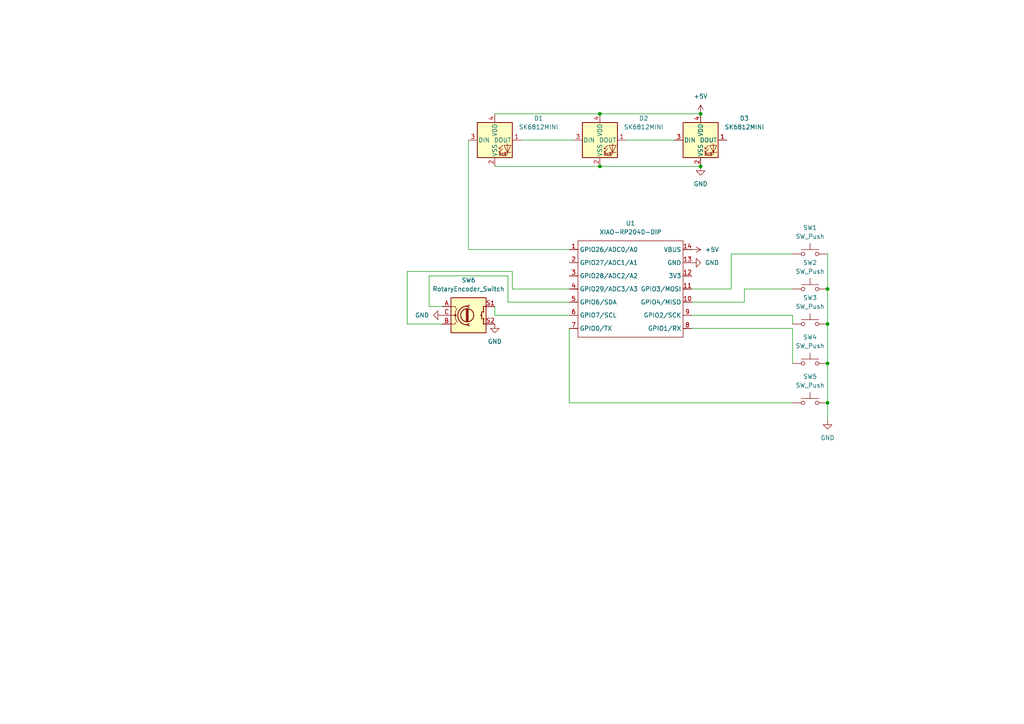
<source format=kicad_sch>
(kicad_sch
	(version 20231120)
	(generator "eeschema")
	(generator_version "8.0")
	(uuid "82c910de-f665-48eb-85c0-b364afbacf8a")
	(paper "A4")
	(lib_symbols
		(symbol "Device:RotaryEncoder_Switch"
			(pin_names
				(offset 0.254) hide)
			(exclude_from_sim no)
			(in_bom yes)
			(on_board yes)
			(property "Reference" "SW"
				(at 0 6.604 0)
				(effects
					(font
						(size 1.27 1.27)
					)
				)
			)
			(property "Value" "RotaryEncoder_Switch"
				(at 0 -6.604 0)
				(effects
					(font
						(size 1.27 1.27)
					)
				)
			)
			(property "Footprint" ""
				(at -3.81 4.064 0)
				(effects
					(font
						(size 1.27 1.27)
					)
					(hide yes)
				)
			)
			(property "Datasheet" "~"
				(at 0 6.604 0)
				(effects
					(font
						(size 1.27 1.27)
					)
					(hide yes)
				)
			)
			(property "Description" "Rotary encoder, dual channel, incremental quadrate outputs, with switch"
				(at 0 0 0)
				(effects
					(font
						(size 1.27 1.27)
					)
					(hide yes)
				)
			)
			(property "ki_keywords" "rotary switch encoder switch push button"
				(at 0 0 0)
				(effects
					(font
						(size 1.27 1.27)
					)
					(hide yes)
				)
			)
			(property "ki_fp_filters" "RotaryEncoder*Switch*"
				(at 0 0 0)
				(effects
					(font
						(size 1.27 1.27)
					)
					(hide yes)
				)
			)
			(symbol "RotaryEncoder_Switch_0_1"
				(rectangle
					(start -5.08 5.08)
					(end 5.08 -5.08)
					(stroke
						(width 0.254)
						(type default)
					)
					(fill
						(type background)
					)
				)
				(circle
					(center -3.81 0)
					(radius 0.254)
					(stroke
						(width 0)
						(type default)
					)
					(fill
						(type outline)
					)
				)
				(circle
					(center -0.381 0)
					(radius 1.905)
					(stroke
						(width 0.254)
						(type default)
					)
					(fill
						(type none)
					)
				)
				(arc
					(start -0.381 2.667)
					(mid -3.0988 -0.0635)
					(end -0.381 -2.794)
					(stroke
						(width 0.254)
						(type default)
					)
					(fill
						(type none)
					)
				)
				(polyline
					(pts
						(xy -0.635 -1.778) (xy -0.635 1.778)
					)
					(stroke
						(width 0.254)
						(type default)
					)
					(fill
						(type none)
					)
				)
				(polyline
					(pts
						(xy -0.381 -1.778) (xy -0.381 1.778)
					)
					(stroke
						(width 0.254)
						(type default)
					)
					(fill
						(type none)
					)
				)
				(polyline
					(pts
						(xy -0.127 1.778) (xy -0.127 -1.778)
					)
					(stroke
						(width 0.254)
						(type default)
					)
					(fill
						(type none)
					)
				)
				(polyline
					(pts
						(xy 3.81 0) (xy 3.429 0)
					)
					(stroke
						(width 0.254)
						(type default)
					)
					(fill
						(type none)
					)
				)
				(polyline
					(pts
						(xy 3.81 1.016) (xy 3.81 -1.016)
					)
					(stroke
						(width 0.254)
						(type default)
					)
					(fill
						(type none)
					)
				)
				(polyline
					(pts
						(xy -5.08 -2.54) (xy -3.81 -2.54) (xy -3.81 -2.032)
					)
					(stroke
						(width 0)
						(type default)
					)
					(fill
						(type none)
					)
				)
				(polyline
					(pts
						(xy -5.08 2.54) (xy -3.81 2.54) (xy -3.81 2.032)
					)
					(stroke
						(width 0)
						(type default)
					)
					(fill
						(type none)
					)
				)
				(polyline
					(pts
						(xy 0.254 -3.048) (xy -0.508 -2.794) (xy 0.127 -2.413)
					)
					(stroke
						(width 0.254)
						(type default)
					)
					(fill
						(type none)
					)
				)
				(polyline
					(pts
						(xy 0.254 2.921) (xy -0.508 2.667) (xy 0.127 2.286)
					)
					(stroke
						(width 0.254)
						(type default)
					)
					(fill
						(type none)
					)
				)
				(polyline
					(pts
						(xy 5.08 -2.54) (xy 4.318 -2.54) (xy 4.318 -1.016)
					)
					(stroke
						(width 0.254)
						(type default)
					)
					(fill
						(type none)
					)
				)
				(polyline
					(pts
						(xy 5.08 2.54) (xy 4.318 2.54) (xy 4.318 1.016)
					)
					(stroke
						(width 0.254)
						(type default)
					)
					(fill
						(type none)
					)
				)
				(polyline
					(pts
						(xy -5.08 0) (xy -3.81 0) (xy -3.81 -1.016) (xy -3.302 -2.032)
					)
					(stroke
						(width 0)
						(type default)
					)
					(fill
						(type none)
					)
				)
				(polyline
					(pts
						(xy -4.318 0) (xy -3.81 0) (xy -3.81 1.016) (xy -3.302 2.032)
					)
					(stroke
						(width 0)
						(type default)
					)
					(fill
						(type none)
					)
				)
				(circle
					(center 4.318 -1.016)
					(radius 0.127)
					(stroke
						(width 0.254)
						(type default)
					)
					(fill
						(type none)
					)
				)
				(circle
					(center 4.318 1.016)
					(radius 0.127)
					(stroke
						(width 0.254)
						(type default)
					)
					(fill
						(type none)
					)
				)
			)
			(symbol "RotaryEncoder_Switch_1_1"
				(pin passive line
					(at -7.62 2.54 0)
					(length 2.54)
					(name "A"
						(effects
							(font
								(size 1.27 1.27)
							)
						)
					)
					(number "A"
						(effects
							(font
								(size 1.27 1.27)
							)
						)
					)
				)
				(pin passive line
					(at -7.62 -2.54 0)
					(length 2.54)
					(name "B"
						(effects
							(font
								(size 1.27 1.27)
							)
						)
					)
					(number "B"
						(effects
							(font
								(size 1.27 1.27)
							)
						)
					)
				)
				(pin passive line
					(at -7.62 0 0)
					(length 2.54)
					(name "C"
						(effects
							(font
								(size 1.27 1.27)
							)
						)
					)
					(number "C"
						(effects
							(font
								(size 1.27 1.27)
							)
						)
					)
				)
				(pin passive line
					(at 7.62 2.54 180)
					(length 2.54)
					(name "S1"
						(effects
							(font
								(size 1.27 1.27)
							)
						)
					)
					(number "S1"
						(effects
							(font
								(size 1.27 1.27)
							)
						)
					)
				)
				(pin passive line
					(at 7.62 -2.54 180)
					(length 2.54)
					(name "S2"
						(effects
							(font
								(size 1.27 1.27)
							)
						)
					)
					(number "S2"
						(effects
							(font
								(size 1.27 1.27)
							)
						)
					)
				)
			)
		)
		(symbol "LED:SK6812MINI"
			(pin_names
				(offset 0.254)
			)
			(exclude_from_sim no)
			(in_bom yes)
			(on_board yes)
			(property "Reference" "D"
				(at 5.08 5.715 0)
				(effects
					(font
						(size 1.27 1.27)
					)
					(justify right bottom)
				)
			)
			(property "Value" "SK6812MINI"
				(at 1.27 -5.715 0)
				(effects
					(font
						(size 1.27 1.27)
					)
					(justify left top)
				)
			)
			(property "Footprint" "LED_SMD:LED_SK6812MINI_PLCC4_3.5x3.5mm_P1.75mm"
				(at 1.27 -7.62 0)
				(effects
					(font
						(size 1.27 1.27)
					)
					(justify left top)
					(hide yes)
				)
			)
			(property "Datasheet" "https://cdn-shop.adafruit.com/product-files/2686/SK6812MINI_REV.01-1-2.pdf"
				(at 2.54 -9.525 0)
				(effects
					(font
						(size 1.27 1.27)
					)
					(justify left top)
					(hide yes)
				)
			)
			(property "Description" "RGB LED with integrated controller"
				(at 0 0 0)
				(effects
					(font
						(size 1.27 1.27)
					)
					(hide yes)
				)
			)
			(property "ki_keywords" "RGB LED NeoPixel Mini addressable"
				(at 0 0 0)
				(effects
					(font
						(size 1.27 1.27)
					)
					(hide yes)
				)
			)
			(property "ki_fp_filters" "LED*SK6812MINI*PLCC*3.5x3.5mm*P1.75mm*"
				(at 0 0 0)
				(effects
					(font
						(size 1.27 1.27)
					)
					(hide yes)
				)
			)
			(symbol "SK6812MINI_0_0"
				(text "RGB"
					(at 2.286 -4.191 0)
					(effects
						(font
							(size 0.762 0.762)
						)
					)
				)
			)
			(symbol "SK6812MINI_0_1"
				(polyline
					(pts
						(xy 1.27 -3.556) (xy 1.778 -3.556)
					)
					(stroke
						(width 0)
						(type default)
					)
					(fill
						(type none)
					)
				)
				(polyline
					(pts
						(xy 1.27 -2.54) (xy 1.778 -2.54)
					)
					(stroke
						(width 0)
						(type default)
					)
					(fill
						(type none)
					)
				)
				(polyline
					(pts
						(xy 4.699 -3.556) (xy 2.667 -3.556)
					)
					(stroke
						(width 0)
						(type default)
					)
					(fill
						(type none)
					)
				)
				(polyline
					(pts
						(xy 2.286 -2.54) (xy 1.27 -3.556) (xy 1.27 -3.048)
					)
					(stroke
						(width 0)
						(type default)
					)
					(fill
						(type none)
					)
				)
				(polyline
					(pts
						(xy 2.286 -1.524) (xy 1.27 -2.54) (xy 1.27 -2.032)
					)
					(stroke
						(width 0)
						(type default)
					)
					(fill
						(type none)
					)
				)
				(polyline
					(pts
						(xy 3.683 -1.016) (xy 3.683 -3.556) (xy 3.683 -4.064)
					)
					(stroke
						(width 0)
						(type default)
					)
					(fill
						(type none)
					)
				)
				(polyline
					(pts
						(xy 4.699 -1.524) (xy 2.667 -1.524) (xy 3.683 -3.556) (xy 4.699 -1.524)
					)
					(stroke
						(width 0)
						(type default)
					)
					(fill
						(type none)
					)
				)
				(rectangle
					(start 5.08 5.08)
					(end -5.08 -5.08)
					(stroke
						(width 0.254)
						(type default)
					)
					(fill
						(type background)
					)
				)
			)
			(symbol "SK6812MINI_1_1"
				(pin output line
					(at 7.62 0 180)
					(length 2.54)
					(name "DOUT"
						(effects
							(font
								(size 1.27 1.27)
							)
						)
					)
					(number "1"
						(effects
							(font
								(size 1.27 1.27)
							)
						)
					)
				)
				(pin power_in line
					(at 0 -7.62 90)
					(length 2.54)
					(name "VSS"
						(effects
							(font
								(size 1.27 1.27)
							)
						)
					)
					(number "2"
						(effects
							(font
								(size 1.27 1.27)
							)
						)
					)
				)
				(pin input line
					(at -7.62 0 0)
					(length 2.54)
					(name "DIN"
						(effects
							(font
								(size 1.27 1.27)
							)
						)
					)
					(number "3"
						(effects
							(font
								(size 1.27 1.27)
							)
						)
					)
				)
				(pin power_in line
					(at 0 7.62 270)
					(length 2.54)
					(name "VDD"
						(effects
							(font
								(size 1.27 1.27)
							)
						)
					)
					(number "4"
						(effects
							(font
								(size 1.27 1.27)
							)
						)
					)
				)
			)
		)
		(symbol "OPL:XIAO-RP2040-DIP"
			(exclude_from_sim no)
			(in_bom yes)
			(on_board yes)
			(property "Reference" "U"
				(at 0 0 0)
				(effects
					(font
						(size 1.27 1.27)
					)
				)
			)
			(property "Value" "XIAO-RP2040-DIP"
				(at 5.334 -1.778 0)
				(effects
					(font
						(size 1.27 1.27)
					)
				)
			)
			(property "Footprint" "Module:MOUDLE14P-XIAO-DIP-SMD"
				(at 14.478 -32.258 0)
				(effects
					(font
						(size 1.27 1.27)
					)
					(hide yes)
				)
			)
			(property "Datasheet" ""
				(at 0 0 0)
				(effects
					(font
						(size 1.27 1.27)
					)
					(hide yes)
				)
			)
			(property "Description" ""
				(at 0 0 0)
				(effects
					(font
						(size 1.27 1.27)
					)
					(hide yes)
				)
			)
			(symbol "XIAO-RP2040-DIP_1_0"
				(polyline
					(pts
						(xy -1.27 -30.48) (xy -1.27 -16.51)
					)
					(stroke
						(width 0.1524)
						(type solid)
					)
					(fill
						(type none)
					)
				)
				(polyline
					(pts
						(xy -1.27 -27.94) (xy -2.54 -27.94)
					)
					(stroke
						(width 0.1524)
						(type solid)
					)
					(fill
						(type none)
					)
				)
				(polyline
					(pts
						(xy -1.27 -24.13) (xy -2.54 -24.13)
					)
					(stroke
						(width 0.1524)
						(type solid)
					)
					(fill
						(type none)
					)
				)
				(polyline
					(pts
						(xy -1.27 -20.32) (xy -2.54 -20.32)
					)
					(stroke
						(width 0.1524)
						(type solid)
					)
					(fill
						(type none)
					)
				)
				(polyline
					(pts
						(xy -1.27 -16.51) (xy -2.54 -16.51)
					)
					(stroke
						(width 0.1524)
						(type solid)
					)
					(fill
						(type none)
					)
				)
				(polyline
					(pts
						(xy -1.27 -16.51) (xy -1.27 -12.7)
					)
					(stroke
						(width 0.1524)
						(type solid)
					)
					(fill
						(type none)
					)
				)
				(polyline
					(pts
						(xy -1.27 -12.7) (xy -2.54 -12.7)
					)
					(stroke
						(width 0.1524)
						(type solid)
					)
					(fill
						(type none)
					)
				)
				(polyline
					(pts
						(xy -1.27 -12.7) (xy -1.27 -8.89)
					)
					(stroke
						(width 0.1524)
						(type solid)
					)
					(fill
						(type none)
					)
				)
				(polyline
					(pts
						(xy -1.27 -8.89) (xy -2.54 -8.89)
					)
					(stroke
						(width 0.1524)
						(type solid)
					)
					(fill
						(type none)
					)
				)
				(polyline
					(pts
						(xy -1.27 -8.89) (xy -1.27 -5.08)
					)
					(stroke
						(width 0.1524)
						(type solid)
					)
					(fill
						(type none)
					)
				)
				(polyline
					(pts
						(xy -1.27 -5.08) (xy -2.54 -5.08)
					)
					(stroke
						(width 0.1524)
						(type solid)
					)
					(fill
						(type none)
					)
				)
				(polyline
					(pts
						(xy -1.27 -5.08) (xy -1.27 -2.54)
					)
					(stroke
						(width 0.1524)
						(type solid)
					)
					(fill
						(type none)
					)
				)
				(polyline
					(pts
						(xy -1.27 -2.54) (xy 29.21 -2.54)
					)
					(stroke
						(width 0.1524)
						(type solid)
					)
					(fill
						(type none)
					)
				)
				(polyline
					(pts
						(xy 29.21 -30.48) (xy -1.27 -30.48)
					)
					(stroke
						(width 0.1524)
						(type solid)
					)
					(fill
						(type none)
					)
				)
				(polyline
					(pts
						(xy 29.21 -12.7) (xy 29.21 -30.48)
					)
					(stroke
						(width 0.1524)
						(type solid)
					)
					(fill
						(type none)
					)
				)
				(polyline
					(pts
						(xy 29.21 -8.89) (xy 29.21 -12.7)
					)
					(stroke
						(width 0.1524)
						(type solid)
					)
					(fill
						(type none)
					)
				)
				(polyline
					(pts
						(xy 29.21 -5.08) (xy 29.21 -8.89)
					)
					(stroke
						(width 0.1524)
						(type solid)
					)
					(fill
						(type none)
					)
				)
				(polyline
					(pts
						(xy 29.21 -2.54) (xy 29.21 -5.08)
					)
					(stroke
						(width 0.1524)
						(type solid)
					)
					(fill
						(type none)
					)
				)
				(polyline
					(pts
						(xy 30.48 -27.94) (xy 29.21 -27.94)
					)
					(stroke
						(width 0.1524)
						(type solid)
					)
					(fill
						(type none)
					)
				)
				(polyline
					(pts
						(xy 30.48 -24.13) (xy 29.21 -24.13)
					)
					(stroke
						(width 0.1524)
						(type solid)
					)
					(fill
						(type none)
					)
				)
				(polyline
					(pts
						(xy 30.48 -20.32) (xy 29.21 -20.32)
					)
					(stroke
						(width 0.1524)
						(type solid)
					)
					(fill
						(type none)
					)
				)
				(polyline
					(pts
						(xy 30.48 -16.51) (xy 29.21 -16.51)
					)
					(stroke
						(width 0.1524)
						(type solid)
					)
					(fill
						(type none)
					)
				)
				(polyline
					(pts
						(xy 30.48 -12.7) (xy 29.21 -12.7)
					)
					(stroke
						(width 0.1524)
						(type solid)
					)
					(fill
						(type none)
					)
				)
				(polyline
					(pts
						(xy 30.48 -8.89) (xy 29.21 -8.89)
					)
					(stroke
						(width 0.1524)
						(type solid)
					)
					(fill
						(type none)
					)
				)
				(polyline
					(pts
						(xy 30.48 -5.08) (xy 29.21 -5.08)
					)
					(stroke
						(width 0.1524)
						(type solid)
					)
					(fill
						(type none)
					)
				)
				(pin passive line
					(at -3.81 -5.08 0)
					(length 2.54)
					(name "GPIO26/ADC0/A0"
						(effects
							(font
								(size 1.27 1.27)
							)
						)
					)
					(number "1"
						(effects
							(font
								(size 1.27 1.27)
							)
						)
					)
				)
				(pin passive line
					(at 31.75 -20.32 180)
					(length 2.54)
					(name "GPIO4/MISO"
						(effects
							(font
								(size 1.27 1.27)
							)
						)
					)
					(number "10"
						(effects
							(font
								(size 1.27 1.27)
							)
						)
					)
				)
				(pin passive line
					(at 31.75 -16.51 180)
					(length 2.54)
					(name "GPIO3/MOSI"
						(effects
							(font
								(size 1.27 1.27)
							)
						)
					)
					(number "11"
						(effects
							(font
								(size 1.27 1.27)
							)
						)
					)
				)
				(pin passive line
					(at 31.75 -12.7 180)
					(length 2.54)
					(name "3V3"
						(effects
							(font
								(size 1.27 1.27)
							)
						)
					)
					(number "12"
						(effects
							(font
								(size 1.27 1.27)
							)
						)
					)
				)
				(pin passive line
					(at 31.75 -8.89 180)
					(length 2.54)
					(name "GND"
						(effects
							(font
								(size 1.27 1.27)
							)
						)
					)
					(number "13"
						(effects
							(font
								(size 1.27 1.27)
							)
						)
					)
				)
				(pin passive line
					(at 31.75 -5.08 180)
					(length 2.54)
					(name "VBUS"
						(effects
							(font
								(size 1.27 1.27)
							)
						)
					)
					(number "14"
						(effects
							(font
								(size 1.27 1.27)
							)
						)
					)
				)
				(pin passive line
					(at -3.81 -8.89 0)
					(length 2.54)
					(name "GPIO27/ADC1/A1"
						(effects
							(font
								(size 1.27 1.27)
							)
						)
					)
					(number "2"
						(effects
							(font
								(size 1.27 1.27)
							)
						)
					)
				)
				(pin passive line
					(at -3.81 -12.7 0)
					(length 2.54)
					(name "GPIO28/ADC2/A2"
						(effects
							(font
								(size 1.27 1.27)
							)
						)
					)
					(number "3"
						(effects
							(font
								(size 1.27 1.27)
							)
						)
					)
				)
				(pin passive line
					(at -3.81 -16.51 0)
					(length 2.54)
					(name "GPIO29/ADC3/A3"
						(effects
							(font
								(size 1.27 1.27)
							)
						)
					)
					(number "4"
						(effects
							(font
								(size 1.27 1.27)
							)
						)
					)
				)
				(pin passive line
					(at -3.81 -20.32 0)
					(length 2.54)
					(name "GPIO6/SDA"
						(effects
							(font
								(size 1.27 1.27)
							)
						)
					)
					(number "5"
						(effects
							(font
								(size 1.27 1.27)
							)
						)
					)
				)
				(pin passive line
					(at -3.81 -24.13 0)
					(length 2.54)
					(name "GPIO7/SCL"
						(effects
							(font
								(size 1.27 1.27)
							)
						)
					)
					(number "6"
						(effects
							(font
								(size 1.27 1.27)
							)
						)
					)
				)
				(pin passive line
					(at -3.81 -27.94 0)
					(length 2.54)
					(name "GPIO0/TX"
						(effects
							(font
								(size 1.27 1.27)
							)
						)
					)
					(number "7"
						(effects
							(font
								(size 1.27 1.27)
							)
						)
					)
				)
				(pin passive line
					(at 31.75 -27.94 180)
					(length 2.54)
					(name "GPIO1/RX"
						(effects
							(font
								(size 1.27 1.27)
							)
						)
					)
					(number "8"
						(effects
							(font
								(size 1.27 1.27)
							)
						)
					)
				)
				(pin passive line
					(at 31.75 -24.13 180)
					(length 2.54)
					(name "GPIO2/SCK"
						(effects
							(font
								(size 1.27 1.27)
							)
						)
					)
					(number "9"
						(effects
							(font
								(size 1.27 1.27)
							)
						)
					)
				)
			)
		)
		(symbol "Switch:SW_Push"
			(pin_numbers hide)
			(pin_names
				(offset 1.016) hide)
			(exclude_from_sim no)
			(in_bom yes)
			(on_board yes)
			(property "Reference" "SW"
				(at 1.27 2.54 0)
				(effects
					(font
						(size 1.27 1.27)
					)
					(justify left)
				)
			)
			(property "Value" "SW_Push"
				(at 0 -1.524 0)
				(effects
					(font
						(size 1.27 1.27)
					)
				)
			)
			(property "Footprint" ""
				(at 0 5.08 0)
				(effects
					(font
						(size 1.27 1.27)
					)
					(hide yes)
				)
			)
			(property "Datasheet" "~"
				(at 0 5.08 0)
				(effects
					(font
						(size 1.27 1.27)
					)
					(hide yes)
				)
			)
			(property "Description" "Push button switch, generic, two pins"
				(at 0 0 0)
				(effects
					(font
						(size 1.27 1.27)
					)
					(hide yes)
				)
			)
			(property "ki_keywords" "switch normally-open pushbutton push-button"
				(at 0 0 0)
				(effects
					(font
						(size 1.27 1.27)
					)
					(hide yes)
				)
			)
			(symbol "SW_Push_0_1"
				(circle
					(center -2.032 0)
					(radius 0.508)
					(stroke
						(width 0)
						(type default)
					)
					(fill
						(type none)
					)
				)
				(polyline
					(pts
						(xy 0 1.27) (xy 0 3.048)
					)
					(stroke
						(width 0)
						(type default)
					)
					(fill
						(type none)
					)
				)
				(polyline
					(pts
						(xy 2.54 1.27) (xy -2.54 1.27)
					)
					(stroke
						(width 0)
						(type default)
					)
					(fill
						(type none)
					)
				)
				(circle
					(center 2.032 0)
					(radius 0.508)
					(stroke
						(width 0)
						(type default)
					)
					(fill
						(type none)
					)
				)
				(pin passive line
					(at -5.08 0 0)
					(length 2.54)
					(name "1"
						(effects
							(font
								(size 1.27 1.27)
							)
						)
					)
					(number "1"
						(effects
							(font
								(size 1.27 1.27)
							)
						)
					)
				)
				(pin passive line
					(at 5.08 0 180)
					(length 2.54)
					(name "2"
						(effects
							(font
								(size 1.27 1.27)
							)
						)
					)
					(number "2"
						(effects
							(font
								(size 1.27 1.27)
							)
						)
					)
				)
			)
		)
		(symbol "power:+5V"
			(power)
			(pin_numbers hide)
			(pin_names
				(offset 0) hide)
			(exclude_from_sim no)
			(in_bom yes)
			(on_board yes)
			(property "Reference" "#PWR"
				(at 0 -3.81 0)
				(effects
					(font
						(size 1.27 1.27)
					)
					(hide yes)
				)
			)
			(property "Value" "+5V"
				(at 0 3.556 0)
				(effects
					(font
						(size 1.27 1.27)
					)
				)
			)
			(property "Footprint" ""
				(at 0 0 0)
				(effects
					(font
						(size 1.27 1.27)
					)
					(hide yes)
				)
			)
			(property "Datasheet" ""
				(at 0 0 0)
				(effects
					(font
						(size 1.27 1.27)
					)
					(hide yes)
				)
			)
			(property "Description" "Power symbol creates a global label with name \"+5V\""
				(at 0 0 0)
				(effects
					(font
						(size 1.27 1.27)
					)
					(hide yes)
				)
			)
			(property "ki_keywords" "global power"
				(at 0 0 0)
				(effects
					(font
						(size 1.27 1.27)
					)
					(hide yes)
				)
			)
			(symbol "+5V_0_1"
				(polyline
					(pts
						(xy -0.762 1.27) (xy 0 2.54)
					)
					(stroke
						(width 0)
						(type default)
					)
					(fill
						(type none)
					)
				)
				(polyline
					(pts
						(xy 0 0) (xy 0 2.54)
					)
					(stroke
						(width 0)
						(type default)
					)
					(fill
						(type none)
					)
				)
				(polyline
					(pts
						(xy 0 2.54) (xy 0.762 1.27)
					)
					(stroke
						(width 0)
						(type default)
					)
					(fill
						(type none)
					)
				)
			)
			(symbol "+5V_1_1"
				(pin power_in line
					(at 0 0 90)
					(length 0)
					(name "~"
						(effects
							(font
								(size 1.27 1.27)
							)
						)
					)
					(number "1"
						(effects
							(font
								(size 1.27 1.27)
							)
						)
					)
				)
			)
		)
		(symbol "power:GND"
			(power)
			(pin_numbers hide)
			(pin_names
				(offset 0) hide)
			(exclude_from_sim no)
			(in_bom yes)
			(on_board yes)
			(property "Reference" "#PWR"
				(at 0 -6.35 0)
				(effects
					(font
						(size 1.27 1.27)
					)
					(hide yes)
				)
			)
			(property "Value" "GND"
				(at 0 -3.81 0)
				(effects
					(font
						(size 1.27 1.27)
					)
				)
			)
			(property "Footprint" ""
				(at 0 0 0)
				(effects
					(font
						(size 1.27 1.27)
					)
					(hide yes)
				)
			)
			(property "Datasheet" ""
				(at 0 0 0)
				(effects
					(font
						(size 1.27 1.27)
					)
					(hide yes)
				)
			)
			(property "Description" "Power symbol creates a global label with name \"GND\" , ground"
				(at 0 0 0)
				(effects
					(font
						(size 1.27 1.27)
					)
					(hide yes)
				)
			)
			(property "ki_keywords" "global power"
				(at 0 0 0)
				(effects
					(font
						(size 1.27 1.27)
					)
					(hide yes)
				)
			)
			(symbol "GND_0_1"
				(polyline
					(pts
						(xy 0 0) (xy 0 -1.27) (xy 1.27 -1.27) (xy 0 -2.54) (xy -1.27 -1.27) (xy 0 -1.27)
					)
					(stroke
						(width 0)
						(type default)
					)
					(fill
						(type none)
					)
				)
			)
			(symbol "GND_1_1"
				(pin power_in line
					(at 0 0 270)
					(length 0)
					(name "~"
						(effects
							(font
								(size 1.27 1.27)
							)
						)
					)
					(number "1"
						(effects
							(font
								(size 1.27 1.27)
							)
						)
					)
				)
			)
		)
	)
	(junction
		(at 173.99 33.02)
		(diameter 0)
		(color 0 0 0 0)
		(uuid "02ac7244-ea92-48b3-a86d-a716713ce79e")
	)
	(junction
		(at 240.03 116.84)
		(diameter 0)
		(color 0 0 0 0)
		(uuid "45824243-2e0c-4a32-b842-fdd96cc6b4ed")
	)
	(junction
		(at 203.2 48.26)
		(diameter 0)
		(color 0 0 0 0)
		(uuid "4bd04285-53f9-4fcf-b39b-338834ca3ffd")
	)
	(junction
		(at 203.2 33.02)
		(diameter 0)
		(color 0 0 0 0)
		(uuid "579478b9-aa1a-4c57-8432-d0dcf71ba24f")
	)
	(junction
		(at 240.03 105.41)
		(diameter 0)
		(color 0 0 0 0)
		(uuid "6823ec04-5ddb-4f7f-bee5-389cbb8a87c5")
	)
	(junction
		(at 240.03 83.82)
		(diameter 0)
		(color 0 0 0 0)
		(uuid "73e3afea-da5b-4dab-8f7b-c3fbda43ea91")
	)
	(junction
		(at 173.99 48.26)
		(diameter 0)
		(color 0 0 0 0)
		(uuid "79177cf9-b516-40a4-be49-bf78a3425c11")
	)
	(junction
		(at 240.03 93.98)
		(diameter 0)
		(color 0 0 0 0)
		(uuid "add055a0-a134-492c-8baf-f6d086f025ba")
	)
	(wire
		(pts
			(xy 143.51 48.26) (xy 173.99 48.26)
		)
		(stroke
			(width 0)
			(type default)
		)
		(uuid "088285f8-cb31-4498-8711-eab9016b6326")
	)
	(wire
		(pts
			(xy 212.09 83.82) (xy 200.66 83.82)
		)
		(stroke
			(width 0)
			(type default)
		)
		(uuid "2413786d-6361-4a5b-af8f-0ee3b45d9c14")
	)
	(wire
		(pts
			(xy 124.46 80.01) (xy 147.32 80.01)
		)
		(stroke
			(width 0)
			(type default)
		)
		(uuid "2e1b83b6-ff76-4704-92aa-3af0f9f76467")
	)
	(wire
		(pts
			(xy 240.03 83.82) (xy 240.03 93.98)
		)
		(stroke
			(width 0)
			(type default)
		)
		(uuid "318dc073-0f8b-4fe2-a266-31843634aecc")
	)
	(wire
		(pts
			(xy 229.87 83.82) (xy 215.9 83.82)
		)
		(stroke
			(width 0)
			(type default)
		)
		(uuid "34a60b4f-beef-4f6d-ac99-43cb8db7610c")
	)
	(wire
		(pts
			(xy 215.9 87.63) (xy 200.66 87.63)
		)
		(stroke
			(width 0)
			(type default)
		)
		(uuid "44e35b7a-1b56-46dc-8bfa-ec5ee168781a")
	)
	(wire
		(pts
			(xy 118.11 78.74) (xy 148.59 78.74)
		)
		(stroke
			(width 0)
			(type default)
		)
		(uuid "49a59d29-da80-4e09-bbbd-e25160ee5313")
	)
	(wire
		(pts
			(xy 229.87 91.44) (xy 200.66 91.44)
		)
		(stroke
			(width 0)
			(type default)
		)
		(uuid "4c7d4a6c-8bf0-4916-9f29-76047fa6cdc6")
	)
	(wire
		(pts
			(xy 128.27 88.9) (xy 124.46 88.9)
		)
		(stroke
			(width 0)
			(type default)
		)
		(uuid "57c6624b-bde1-4dc3-bc52-b1046cc62482")
	)
	(wire
		(pts
			(xy 229.87 105.41) (xy 229.87 95.25)
		)
		(stroke
			(width 0)
			(type default)
		)
		(uuid "5bf0976c-6759-4471-af58-b19ddb191d17")
	)
	(wire
		(pts
			(xy 135.89 72.39) (xy 165.1 72.39)
		)
		(stroke
			(width 0)
			(type default)
		)
		(uuid "5c397b1e-0a68-4bc7-9f5f-c7d22398b587")
	)
	(wire
		(pts
			(xy 143.51 88.9) (xy 143.51 91.44)
		)
		(stroke
			(width 0)
			(type default)
		)
		(uuid "6d8e9b50-a48b-49bd-9b94-0c1cc95d17ac")
	)
	(wire
		(pts
			(xy 240.03 73.66) (xy 240.03 83.82)
		)
		(stroke
			(width 0)
			(type default)
		)
		(uuid "7a02b823-0174-4401-bbea-01cf64a2c99b")
	)
	(wire
		(pts
			(xy 240.03 116.84) (xy 240.03 121.92)
		)
		(stroke
			(width 0)
			(type default)
		)
		(uuid "7a23ff3e-31ea-4ce5-807b-007e7984c1c7")
	)
	(wire
		(pts
			(xy 212.09 73.66) (xy 212.09 83.82)
		)
		(stroke
			(width 0)
			(type default)
		)
		(uuid "819c7e43-033b-4bcc-8a55-a9d077c71485")
	)
	(wire
		(pts
			(xy 173.99 48.26) (xy 203.2 48.26)
		)
		(stroke
			(width 0)
			(type default)
		)
		(uuid "8e656208-d9ef-4bae-b231-30ccf26e3119")
	)
	(wire
		(pts
			(xy 118.11 93.98) (xy 118.11 78.74)
		)
		(stroke
			(width 0)
			(type default)
		)
		(uuid "96e456b7-6ceb-4b66-aca0-c68e00a13d28")
	)
	(wire
		(pts
			(xy 181.61 40.64) (xy 195.58 40.64)
		)
		(stroke
			(width 0)
			(type default)
		)
		(uuid "a1ffbaa9-8fb8-45d1-b5cf-8e8dcd75c7cf")
	)
	(wire
		(pts
			(xy 151.13 40.64) (xy 166.37 40.64)
		)
		(stroke
			(width 0)
			(type default)
		)
		(uuid "aec30037-4e80-4ecf-ba68-f590172e7b7a")
	)
	(wire
		(pts
			(xy 148.59 78.74) (xy 148.59 83.82)
		)
		(stroke
			(width 0)
			(type default)
		)
		(uuid "b11eeff3-3275-454e-ac8a-fab2b3095804")
	)
	(wire
		(pts
			(xy 135.89 40.64) (xy 135.89 72.39)
		)
		(stroke
			(width 0)
			(type default)
		)
		(uuid "b7e54f0b-994a-4c16-a9fd-7f160836a77f")
	)
	(wire
		(pts
			(xy 165.1 116.84) (xy 165.1 95.25)
		)
		(stroke
			(width 0)
			(type default)
		)
		(uuid "b8d30e20-804f-4b16-a131-e62043993991")
	)
	(wire
		(pts
			(xy 229.87 93.98) (xy 229.87 91.44)
		)
		(stroke
			(width 0)
			(type default)
		)
		(uuid "b973ef5a-e40f-4780-b7b3-77e324dd2b1b")
	)
	(wire
		(pts
			(xy 147.32 80.01) (xy 147.32 87.63)
		)
		(stroke
			(width 0)
			(type default)
		)
		(uuid "c021d757-e94f-47db-889a-8c4801f9592a")
	)
	(wire
		(pts
			(xy 173.99 33.02) (xy 203.2 33.02)
		)
		(stroke
			(width 0)
			(type default)
		)
		(uuid "d1fdb1e4-dce1-498b-b6fa-7c117394dc1a")
	)
	(wire
		(pts
			(xy 148.59 83.82) (xy 165.1 83.82)
		)
		(stroke
			(width 0)
			(type default)
		)
		(uuid "d71078aa-7a45-4c59-b80a-d091bf77b181")
	)
	(wire
		(pts
			(xy 229.87 116.84) (xy 165.1 116.84)
		)
		(stroke
			(width 0)
			(type default)
		)
		(uuid "dd90e1c9-75f7-4c4a-921b-7221fae0329c")
	)
	(wire
		(pts
			(xy 124.46 88.9) (xy 124.46 80.01)
		)
		(stroke
			(width 0)
			(type default)
		)
		(uuid "deb4bfda-9c8e-4dd9-a4fe-5fccbe51517b")
	)
	(wire
		(pts
			(xy 240.03 105.41) (xy 240.03 116.84)
		)
		(stroke
			(width 0)
			(type default)
		)
		(uuid "debedde3-6f82-49c5-8eca-17edb95389be")
	)
	(wire
		(pts
			(xy 143.51 33.02) (xy 173.99 33.02)
		)
		(stroke
			(width 0)
			(type default)
		)
		(uuid "deca549e-4f56-4e9f-b797-b76328334d51")
	)
	(wire
		(pts
			(xy 229.87 95.25) (xy 200.66 95.25)
		)
		(stroke
			(width 0)
			(type default)
		)
		(uuid "e56ec222-d8c8-440c-a904-638af614c84c")
	)
	(wire
		(pts
			(xy 240.03 93.98) (xy 240.03 105.41)
		)
		(stroke
			(width 0)
			(type default)
		)
		(uuid "e6223fe6-2e73-4ace-8ea9-a81d2718b3e7")
	)
	(wire
		(pts
			(xy 229.87 73.66) (xy 212.09 73.66)
		)
		(stroke
			(width 0)
			(type default)
		)
		(uuid "e9caa5ab-af56-47fc-9610-28cd118cc1e5")
	)
	(wire
		(pts
			(xy 143.51 91.44) (xy 165.1 91.44)
		)
		(stroke
			(width 0)
			(type default)
		)
		(uuid "eab2e0c0-5765-4560-91d5-9809621c6346")
	)
	(wire
		(pts
			(xy 215.9 83.82) (xy 215.9 87.63)
		)
		(stroke
			(width 0)
			(type default)
		)
		(uuid "efc5ca80-5348-4d63-bae2-7d64bd0f74e0")
	)
	(wire
		(pts
			(xy 128.27 93.98) (xy 118.11 93.98)
		)
		(stroke
			(width 0)
			(type default)
		)
		(uuid "f0252f31-26b9-4149-9657-3f5ef929cf10")
	)
	(wire
		(pts
			(xy 147.32 87.63) (xy 165.1 87.63)
		)
		(stroke
			(width 0)
			(type default)
		)
		(uuid "f2a99347-17f2-428c-b9c3-db62100e5d1d")
	)
	(symbol
		(lib_id "Switch:SW_Push")
		(at 234.95 105.41 0)
		(unit 1)
		(exclude_from_sim no)
		(in_bom yes)
		(on_board yes)
		(dnp no)
		(fields_autoplaced yes)
		(uuid "0ba7b339-bcef-4768-9be5-52e4a7ca4913")
		(property "Reference" "SW4"
			(at 234.95 97.79 0)
			(effects
				(font
					(size 1.27 1.27)
				)
			)
		)
		(property "Value" "SW_Push"
			(at 234.95 100.33 0)
			(effects
				(font
					(size 1.27 1.27)
				)
			)
		)
		(property "Footprint" "Button_Switch_Keyboard:SW_Cherry_MX_1.00u_PCB"
			(at 234.95 100.33 0)
			(effects
				(font
					(size 1.27 1.27)
				)
				(hide yes)
			)
		)
		(property "Datasheet" "~"
			(at 234.95 100.33 0)
			(effects
				(font
					(size 1.27 1.27)
				)
				(hide yes)
			)
		)
		(property "Description" "Push button switch, generic, two pins"
			(at 234.95 105.41 0)
			(effects
				(font
					(size 1.27 1.27)
				)
				(hide yes)
			)
		)
		(pin "1"
			(uuid "14662939-c2e3-4156-9fc7-d3dac78fff59")
		)
		(pin "2"
			(uuid "0936b017-a778-46cd-8ee5-8c25a9253127")
		)
		(instances
			(project "hackpad"
				(path "/82c910de-f665-48eb-85c0-b364afbacf8a"
					(reference "SW4")
					(unit 1)
				)
			)
		)
	)
	(symbol
		(lib_id "Switch:SW_Push")
		(at 234.95 73.66 0)
		(unit 1)
		(exclude_from_sim no)
		(in_bom yes)
		(on_board yes)
		(dnp no)
		(fields_autoplaced yes)
		(uuid "139be48b-69b3-4c17-a1f8-0de46a60cb24")
		(property "Reference" "SW1"
			(at 234.95 66.04 0)
			(effects
				(font
					(size 1.27 1.27)
				)
			)
		)
		(property "Value" "SW_Push"
			(at 234.95 68.58 0)
			(effects
				(font
					(size 1.27 1.27)
				)
			)
		)
		(property "Footprint" "Button_Switch_Keyboard:SW_Cherry_MX_1.00u_PCB"
			(at 234.95 68.58 0)
			(effects
				(font
					(size 1.27 1.27)
				)
				(hide yes)
			)
		)
		(property "Datasheet" "~"
			(at 234.95 68.58 0)
			(effects
				(font
					(size 1.27 1.27)
				)
				(hide yes)
			)
		)
		(property "Description" "Push button switch, generic, two pins"
			(at 234.95 73.66 0)
			(effects
				(font
					(size 1.27 1.27)
				)
				(hide yes)
			)
		)
		(pin "1"
			(uuid "bff0d86a-9434-45cc-9680-7cc4f2e8189c")
		)
		(pin "2"
			(uuid "5e842f3e-edc1-4a2d-a2a5-66b45ea33592")
		)
		(instances
			(project ""
				(path "/82c910de-f665-48eb-85c0-b364afbacf8a"
					(reference "SW1")
					(unit 1)
				)
			)
		)
	)
	(symbol
		(lib_id "LED:SK6812MINI")
		(at 143.51 40.64 0)
		(unit 1)
		(exclude_from_sim no)
		(in_bom yes)
		(on_board yes)
		(dnp no)
		(fields_autoplaced yes)
		(uuid "1e1ba1a6-0b64-4208-9951-c4ee2b8bcde3")
		(property "Reference" "D1"
			(at 156.21 34.3214 0)
			(effects
				(font
					(size 1.27 1.27)
				)
			)
		)
		(property "Value" "SK6812MINI"
			(at 156.21 36.8614 0)
			(effects
				(font
					(size 1.27 1.27)
				)
			)
		)
		(property "Footprint" "LED_SMD:LED_SK6812MINI_PLCC4_3.5x3.5mm_P1.75mm"
			(at 144.78 48.26 0)
			(effects
				(font
					(size 1.27 1.27)
				)
				(justify left top)
				(hide yes)
			)
		)
		(property "Datasheet" "https://cdn-shop.adafruit.com/product-files/2686/SK6812MINI_REV.01-1-2.pdf"
			(at 146.05 50.165 0)
			(effects
				(font
					(size 1.27 1.27)
				)
				(justify left top)
				(hide yes)
			)
		)
		(property "Description" "RGB LED with integrated controller"
			(at 143.51 40.64 0)
			(effects
				(font
					(size 1.27 1.27)
				)
				(hide yes)
			)
		)
		(pin "3"
			(uuid "632f1b93-a839-40bc-9f19-dd4ad19c360d")
		)
		(pin "4"
			(uuid "69aa7f99-a66a-4ef6-95b1-a3bdcbc66916")
		)
		(pin "1"
			(uuid "acde5307-c61c-4570-964a-2e8fdce50e9b")
		)
		(pin "2"
			(uuid "ace7b1d7-88a3-4c7b-ac48-ced96adce0a5")
		)
		(instances
			(project ""
				(path "/82c910de-f665-48eb-85c0-b364afbacf8a"
					(reference "D1")
					(unit 1)
				)
			)
		)
	)
	(symbol
		(lib_id "Switch:SW_Push")
		(at 234.95 93.98 0)
		(unit 1)
		(exclude_from_sim no)
		(in_bom yes)
		(on_board yes)
		(dnp no)
		(fields_autoplaced yes)
		(uuid "251e3413-3d66-457f-b78d-079ca9a8ff41")
		(property "Reference" "SW3"
			(at 234.95 86.36 0)
			(effects
				(font
					(size 1.27 1.27)
				)
			)
		)
		(property "Value" "SW_Push"
			(at 234.95 88.9 0)
			(effects
				(font
					(size 1.27 1.27)
				)
			)
		)
		(property "Footprint" "Button_Switch_Keyboard:SW_Cherry_MX_1.00u_PCB"
			(at 234.95 88.9 0)
			(effects
				(font
					(size 1.27 1.27)
				)
				(hide yes)
			)
		)
		(property "Datasheet" "~"
			(at 234.95 88.9 0)
			(effects
				(font
					(size 1.27 1.27)
				)
				(hide yes)
			)
		)
		(property "Description" "Push button switch, generic, two pins"
			(at 234.95 93.98 0)
			(effects
				(font
					(size 1.27 1.27)
				)
				(hide yes)
			)
		)
		(pin "1"
			(uuid "1440590c-791f-4d48-b10a-aeba2650f1e7")
		)
		(pin "2"
			(uuid "6e2b0696-35d6-4e7c-ab0e-3f1ff584b36a")
		)
		(instances
			(project "hackpad"
				(path "/82c910de-f665-48eb-85c0-b364afbacf8a"
					(reference "SW3")
					(unit 1)
				)
			)
		)
	)
	(symbol
		(lib_id "Device:RotaryEncoder_Switch")
		(at 135.89 91.44 0)
		(unit 1)
		(exclude_from_sim no)
		(in_bom yes)
		(on_board yes)
		(dnp no)
		(fields_autoplaced yes)
		(uuid "4b637fdf-f409-4843-9743-aed3a6a26b45")
		(property "Reference" "SW6"
			(at 135.89 81.28 0)
			(effects
				(font
					(size 1.27 1.27)
				)
			)
		)
		(property "Value" "RotaryEncoder_Switch"
			(at 135.89 83.82 0)
			(effects
				(font
					(size 1.27 1.27)
				)
			)
		)
		(property "Footprint" "Rotary_Encoder:RotaryEncoder_Alps_EC11E-Switch_Vertical_H20mm_CircularMountingHoles"
			(at 132.08 87.376 0)
			(effects
				(font
					(size 1.27 1.27)
				)
				(hide yes)
			)
		)
		(property "Datasheet" "~"
			(at 135.89 84.836 0)
			(effects
				(font
					(size 1.27 1.27)
				)
				(hide yes)
			)
		)
		(property "Description" "Rotary encoder, dual channel, incremental quadrate outputs, with switch"
			(at 135.89 91.44 0)
			(effects
				(font
					(size 1.27 1.27)
				)
				(hide yes)
			)
		)
		(pin "A"
			(uuid "50252581-0b07-4e46-993f-2a58e67165ff")
		)
		(pin "C"
			(uuid "f90464c1-c1dd-4d2d-a8b8-889d23105689")
		)
		(pin "B"
			(uuid "3bd42d90-6a82-4b22-8a45-0fec910f8146")
		)
		(pin "S1"
			(uuid "fade6054-70be-492c-acc7-dd5f602cc2e5")
		)
		(pin "S2"
			(uuid "dafcee58-d13e-4543-a5dc-b9af4a58f53e")
		)
		(instances
			(project ""
				(path "/82c910de-f665-48eb-85c0-b364afbacf8a"
					(reference "SW6")
					(unit 1)
				)
			)
		)
	)
	(symbol
		(lib_id "power:GND")
		(at 203.2 48.26 0)
		(unit 1)
		(exclude_from_sim no)
		(in_bom yes)
		(on_board yes)
		(dnp no)
		(fields_autoplaced yes)
		(uuid "5b1f9a63-0f93-4016-a56d-9ae9e12eb0d3")
		(property "Reference" "#PWR02"
			(at 203.2 54.61 0)
			(effects
				(font
					(size 1.27 1.27)
				)
				(hide yes)
			)
		)
		(property "Value" "GND"
			(at 203.2 53.34 0)
			(effects
				(font
					(size 1.27 1.27)
				)
			)
		)
		(property "Footprint" ""
			(at 203.2 48.26 0)
			(effects
				(font
					(size 1.27 1.27)
				)
				(hide yes)
			)
		)
		(property "Datasheet" ""
			(at 203.2 48.26 0)
			(effects
				(font
					(size 1.27 1.27)
				)
				(hide yes)
			)
		)
		(property "Description" "Power symbol creates a global label with name \"GND\" , ground"
			(at 203.2 48.26 0)
			(effects
				(font
					(size 1.27 1.27)
				)
				(hide yes)
			)
		)
		(pin "1"
			(uuid "bf660d1e-704a-4df4-ad08-829a5a50d0b4")
		)
		(instances
			(project ""
				(path "/82c910de-f665-48eb-85c0-b364afbacf8a"
					(reference "#PWR02")
					(unit 1)
				)
			)
		)
	)
	(symbol
		(lib_id "power:GND")
		(at 128.27 91.44 270)
		(unit 1)
		(exclude_from_sim no)
		(in_bom yes)
		(on_board yes)
		(dnp no)
		(fields_autoplaced yes)
		(uuid "5fca49e4-347e-4295-952a-87a62d3aecdb")
		(property "Reference" "#PWR06"
			(at 121.92 91.44 0)
			(effects
				(font
					(size 1.27 1.27)
				)
				(hide yes)
			)
		)
		(property "Value" "GND"
			(at 124.46 91.4399 90)
			(effects
				(font
					(size 1.27 1.27)
				)
				(justify right)
			)
		)
		(property "Footprint" ""
			(at 128.27 91.44 0)
			(effects
				(font
					(size 1.27 1.27)
				)
				(hide yes)
			)
		)
		(property "Datasheet" ""
			(at 128.27 91.44 0)
			(effects
				(font
					(size 1.27 1.27)
				)
				(hide yes)
			)
		)
		(property "Description" "Power symbol creates a global label with name \"GND\" , ground"
			(at 128.27 91.44 0)
			(effects
				(font
					(size 1.27 1.27)
				)
				(hide yes)
			)
		)
		(pin "1"
			(uuid "72b99d4b-3fb1-427f-a317-0fb43386ac80")
		)
		(instances
			(project ""
				(path "/82c910de-f665-48eb-85c0-b364afbacf8a"
					(reference "#PWR06")
					(unit 1)
				)
			)
		)
	)
	(symbol
		(lib_id "power:GND")
		(at 143.51 93.98 0)
		(unit 1)
		(exclude_from_sim no)
		(in_bom yes)
		(on_board yes)
		(dnp no)
		(fields_autoplaced yes)
		(uuid "6b285f7d-d931-4d19-a601-8575fb788037")
		(property "Reference" "#PWR07"
			(at 143.51 100.33 0)
			(effects
				(font
					(size 1.27 1.27)
				)
				(hide yes)
			)
		)
		(property "Value" "GND"
			(at 143.51 99.06 0)
			(effects
				(font
					(size 1.27 1.27)
				)
			)
		)
		(property "Footprint" ""
			(at 143.51 93.98 0)
			(effects
				(font
					(size 1.27 1.27)
				)
				(hide yes)
			)
		)
		(property "Datasheet" ""
			(at 143.51 93.98 0)
			(effects
				(font
					(size 1.27 1.27)
				)
				(hide yes)
			)
		)
		(property "Description" "Power symbol creates a global label with name \"GND\" , ground"
			(at 143.51 93.98 0)
			(effects
				(font
					(size 1.27 1.27)
				)
				(hide yes)
			)
		)
		(pin "1"
			(uuid "d35224ae-15e5-4a28-9a4f-34844c7dc2c9")
		)
		(instances
			(project ""
				(path "/82c910de-f665-48eb-85c0-b364afbacf8a"
					(reference "#PWR07")
					(unit 1)
				)
			)
		)
	)
	(symbol
		(lib_id "power:+5V")
		(at 203.2 33.02 0)
		(unit 1)
		(exclude_from_sim no)
		(in_bom yes)
		(on_board yes)
		(dnp no)
		(fields_autoplaced yes)
		(uuid "8614762e-1858-4a10-a11c-bc36ffef5a0c")
		(property "Reference" "#PWR04"
			(at 203.2 36.83 0)
			(effects
				(font
					(size 1.27 1.27)
				)
				(hide yes)
			)
		)
		(property "Value" "+5V"
			(at 203.2 27.94 0)
			(effects
				(font
					(size 1.27 1.27)
				)
			)
		)
		(property "Footprint" ""
			(at 203.2 33.02 0)
			(effects
				(font
					(size 1.27 1.27)
				)
				(hide yes)
			)
		)
		(property "Datasheet" ""
			(at 203.2 33.02 0)
			(effects
				(font
					(size 1.27 1.27)
				)
				(hide yes)
			)
		)
		(property "Description" "Power symbol creates a global label with name \"+5V\""
			(at 203.2 33.02 0)
			(effects
				(font
					(size 1.27 1.27)
				)
				(hide yes)
			)
		)
		(pin "1"
			(uuid "4d740b22-d7fe-4f1c-a427-8f0d39474d3f")
		)
		(instances
			(project "hackpad"
				(path "/82c910de-f665-48eb-85c0-b364afbacf8a"
					(reference "#PWR04")
					(unit 1)
				)
			)
		)
	)
	(symbol
		(lib_id "power:+5V")
		(at 200.66 72.39 270)
		(unit 1)
		(exclude_from_sim no)
		(in_bom yes)
		(on_board yes)
		(dnp no)
		(fields_autoplaced yes)
		(uuid "96ff5420-e255-4eb9-8146-a40af42157f6")
		(property "Reference" "#PWR03"
			(at 196.85 72.39 0)
			(effects
				(font
					(size 1.27 1.27)
				)
				(hide yes)
			)
		)
		(property "Value" "+5V"
			(at 204.47 72.3899 90)
			(effects
				(font
					(size 1.27 1.27)
				)
				(justify left)
			)
		)
		(property "Footprint" ""
			(at 200.66 72.39 0)
			(effects
				(font
					(size 1.27 1.27)
				)
				(hide yes)
			)
		)
		(property "Datasheet" ""
			(at 200.66 72.39 0)
			(effects
				(font
					(size 1.27 1.27)
				)
				(hide yes)
			)
		)
		(property "Description" "Power symbol creates a global label with name \"+5V\""
			(at 200.66 72.39 0)
			(effects
				(font
					(size 1.27 1.27)
				)
				(hide yes)
			)
		)
		(pin "1"
			(uuid "cd127776-ff8f-4a7a-a4dc-4abdd170e408")
		)
		(instances
			(project ""
				(path "/82c910de-f665-48eb-85c0-b364afbacf8a"
					(reference "#PWR03")
					(unit 1)
				)
			)
		)
	)
	(symbol
		(lib_id "power:GND")
		(at 200.66 76.2 90)
		(unit 1)
		(exclude_from_sim no)
		(in_bom yes)
		(on_board yes)
		(dnp no)
		(fields_autoplaced yes)
		(uuid "a09b62a8-ea81-431a-961f-1921fc8d194c")
		(property "Reference" "#PWR01"
			(at 207.01 76.2 0)
			(effects
				(font
					(size 1.27 1.27)
				)
				(hide yes)
			)
		)
		(property "Value" "GND"
			(at 204.47 76.1999 90)
			(effects
				(font
					(size 1.27 1.27)
				)
				(justify right)
			)
		)
		(property "Footprint" ""
			(at 200.66 76.2 0)
			(effects
				(font
					(size 1.27 1.27)
				)
				(hide yes)
			)
		)
		(property "Datasheet" ""
			(at 200.66 76.2 0)
			(effects
				(font
					(size 1.27 1.27)
				)
				(hide yes)
			)
		)
		(property "Description" "Power symbol creates a global label with name \"GND\" , ground"
			(at 200.66 76.2 0)
			(effects
				(font
					(size 1.27 1.27)
				)
				(hide yes)
			)
		)
		(pin "1"
			(uuid "6762e28f-1cff-409a-9bf4-06161251a13a")
		)
		(instances
			(project ""
				(path "/82c910de-f665-48eb-85c0-b364afbacf8a"
					(reference "#PWR01")
					(unit 1)
				)
			)
		)
	)
	(symbol
		(lib_id "Switch:SW_Push")
		(at 234.95 116.84 0)
		(unit 1)
		(exclude_from_sim no)
		(in_bom yes)
		(on_board yes)
		(dnp no)
		(fields_autoplaced yes)
		(uuid "a9696ea1-3cfe-4222-90b7-f0582e53f046")
		(property "Reference" "SW5"
			(at 234.95 109.22 0)
			(effects
				(font
					(size 1.27 1.27)
				)
			)
		)
		(property "Value" "SW_Push"
			(at 234.95 111.76 0)
			(effects
				(font
					(size 1.27 1.27)
				)
			)
		)
		(property "Footprint" "Button_Switch_Keyboard:SW_Cherry_MX_1.00u_PCB"
			(at 234.95 111.76 0)
			(effects
				(font
					(size 1.27 1.27)
				)
				(hide yes)
			)
		)
		(property "Datasheet" "~"
			(at 234.95 111.76 0)
			(effects
				(font
					(size 1.27 1.27)
				)
				(hide yes)
			)
		)
		(property "Description" "Push button switch, generic, two pins"
			(at 234.95 116.84 0)
			(effects
				(font
					(size 1.27 1.27)
				)
				(hide yes)
			)
		)
		(pin "1"
			(uuid "6f47d391-31a6-43fd-8091-d47c5e5d9904")
		)
		(pin "2"
			(uuid "1c949fed-ea0d-4f4b-988e-8a0d7c9d2e7e")
		)
		(instances
			(project "hackpad"
				(path "/82c910de-f665-48eb-85c0-b364afbacf8a"
					(reference "SW5")
					(unit 1)
				)
			)
		)
	)
	(symbol
		(lib_id "power:GND")
		(at 240.03 121.92 0)
		(unit 1)
		(exclude_from_sim no)
		(in_bom yes)
		(on_board yes)
		(dnp no)
		(fields_autoplaced yes)
		(uuid "aab7f21d-88ab-405a-9c84-a0afa75cd08e")
		(property "Reference" "#PWR05"
			(at 240.03 128.27 0)
			(effects
				(font
					(size 1.27 1.27)
				)
				(hide yes)
			)
		)
		(property "Value" "GND"
			(at 240.03 127 0)
			(effects
				(font
					(size 1.27 1.27)
				)
			)
		)
		(property "Footprint" ""
			(at 240.03 121.92 0)
			(effects
				(font
					(size 1.27 1.27)
				)
				(hide yes)
			)
		)
		(property "Datasheet" ""
			(at 240.03 121.92 0)
			(effects
				(font
					(size 1.27 1.27)
				)
				(hide yes)
			)
		)
		(property "Description" "Power symbol creates a global label with name \"GND\" , ground"
			(at 240.03 121.92 0)
			(effects
				(font
					(size 1.27 1.27)
				)
				(hide yes)
			)
		)
		(pin "1"
			(uuid "baaf5efa-eb6f-4c80-b04c-13349e967a09")
		)
		(instances
			(project ""
				(path "/82c910de-f665-48eb-85c0-b364afbacf8a"
					(reference "#PWR05")
					(unit 1)
				)
			)
		)
	)
	(symbol
		(lib_id "OPL:XIAO-RP2040-DIP")
		(at 168.91 67.31 0)
		(unit 1)
		(exclude_from_sim no)
		(in_bom yes)
		(on_board yes)
		(dnp no)
		(fields_autoplaced yes)
		(uuid "c58ea661-2665-481e-b33f-cc1f7aba07e0")
		(property "Reference" "U1"
			(at 182.88 64.77 0)
			(effects
				(font
					(size 1.27 1.27)
				)
			)
		)
		(property "Value" "XIAO-RP2040-DIP"
			(at 182.88 67.31 0)
			(effects
				(font
					(size 1.27 1.27)
				)
			)
		)
		(property "Footprint" "OPL:XIAO-RP2040-DIP"
			(at 183.388 99.568 0)
			(effects
				(font
					(size 1.27 1.27)
				)
				(hide yes)
			)
		)
		(property "Datasheet" ""
			(at 168.91 67.31 0)
			(effects
				(font
					(size 1.27 1.27)
				)
				(hide yes)
			)
		)
		(property "Description" ""
			(at 168.91 67.31 0)
			(effects
				(font
					(size 1.27 1.27)
				)
				(hide yes)
			)
		)
		(pin "4"
			(uuid "687e21bb-db4c-467c-8905-3abb8eb439d3")
		)
		(pin "8"
			(uuid "fdc45735-4507-4ad9-8d6b-57586a62b83e")
		)
		(pin "1"
			(uuid "44aa0e2f-fae0-4d66-95ff-6346ca2d8861")
		)
		(pin "5"
			(uuid "daefb1e5-f48d-4648-9c23-d2344c5c645e")
		)
		(pin "11"
			(uuid "eff600c2-c9e6-4de2-8e4c-1a6abef1f4f5")
		)
		(pin "2"
			(uuid "6b8010ed-4831-4633-bd25-0bf121f52db0")
		)
		(pin "7"
			(uuid "fc044d2a-28b3-41a0-817d-09171bfd1085")
		)
		(pin "13"
			(uuid "83e502ad-171c-48a0-a75c-679e064344aa")
		)
		(pin "12"
			(uuid "07f0314d-306a-4a7f-819b-1ca34098add6")
		)
		(pin "6"
			(uuid "e9f9c4f2-c584-48ff-88d2-57a05862d41f")
		)
		(pin "10"
			(uuid "22cc77fe-c55a-45eb-8605-17005ee094eb")
		)
		(pin "9"
			(uuid "2a6becaa-96b4-4b15-bed3-5eeef998b24e")
		)
		(pin "14"
			(uuid "d47e2253-ec2c-45a1-8bb8-605d1876d01d")
		)
		(pin "3"
			(uuid "0b3ffe1d-902f-434e-8b7d-5f973779783d")
		)
		(instances
			(project ""
				(path "/82c910de-f665-48eb-85c0-b364afbacf8a"
					(reference "U1")
					(unit 1)
				)
			)
		)
	)
	(symbol
		(lib_id "LED:SK6812MINI")
		(at 203.2 40.64 0)
		(unit 1)
		(exclude_from_sim no)
		(in_bom yes)
		(on_board yes)
		(dnp no)
		(fields_autoplaced yes)
		(uuid "cc299cee-cf99-44bf-9cbf-5e26a55978ad")
		(property "Reference" "D3"
			(at 215.9 34.3214 0)
			(effects
				(font
					(size 1.27 1.27)
				)
			)
		)
		(property "Value" "SK6812MINI"
			(at 215.9 36.8614 0)
			(effects
				(font
					(size 1.27 1.27)
				)
			)
		)
		(property "Footprint" "LED_SMD:LED_SK6812MINI_PLCC4_3.5x3.5mm_P1.75mm"
			(at 204.47 48.26 0)
			(effects
				(font
					(size 1.27 1.27)
				)
				(justify left top)
				(hide yes)
			)
		)
		(property "Datasheet" "https://cdn-shop.adafruit.com/product-files/2686/SK6812MINI_REV.01-1-2.pdf"
			(at 205.74 50.165 0)
			(effects
				(font
					(size 1.27 1.27)
				)
				(justify left top)
				(hide yes)
			)
		)
		(property "Description" "RGB LED with integrated controller"
			(at 203.2 40.64 0)
			(effects
				(font
					(size 1.27 1.27)
				)
				(hide yes)
			)
		)
		(pin "3"
			(uuid "e4c25eb8-a465-4473-8a40-9683bcc1cfa2")
		)
		(pin "4"
			(uuid "417082ae-37a9-44d1-b116-5c9deb197c7d")
		)
		(pin "1"
			(uuid "d9baa95f-8c7a-4430-9167-339c2931bcf9")
		)
		(pin "2"
			(uuid "69635503-565f-4142-9aa1-09b98cdb9bca")
		)
		(instances
			(project "hackpad"
				(path "/82c910de-f665-48eb-85c0-b364afbacf8a"
					(reference "D3")
					(unit 1)
				)
			)
		)
	)
	(symbol
		(lib_id "Switch:SW_Push")
		(at 234.95 83.82 0)
		(unit 1)
		(exclude_from_sim no)
		(in_bom yes)
		(on_board yes)
		(dnp no)
		(fields_autoplaced yes)
		(uuid "ceb7ae2a-cfc7-41f4-823b-5f82f826f186")
		(property "Reference" "SW2"
			(at 234.95 76.2 0)
			(effects
				(font
					(size 1.27 1.27)
				)
			)
		)
		(property "Value" "SW_Push"
			(at 234.95 78.74 0)
			(effects
				(font
					(size 1.27 1.27)
				)
			)
		)
		(property "Footprint" "Button_Switch_Keyboard:SW_Cherry_MX_1.00u_PCB"
			(at 234.95 78.74 0)
			(effects
				(font
					(size 1.27 1.27)
				)
				(hide yes)
			)
		)
		(property "Datasheet" "~"
			(at 234.95 78.74 0)
			(effects
				(font
					(size 1.27 1.27)
				)
				(hide yes)
			)
		)
		(property "Description" "Push button switch, generic, two pins"
			(at 234.95 83.82 0)
			(effects
				(font
					(size 1.27 1.27)
				)
				(hide yes)
			)
		)
		(pin "1"
			(uuid "34024f59-a774-4d54-bf8e-1a99ab505bef")
		)
		(pin "2"
			(uuid "40a41f42-7ec0-4458-a372-40ec71a8ff92")
		)
		(instances
			(project "hackpad"
				(path "/82c910de-f665-48eb-85c0-b364afbacf8a"
					(reference "SW2")
					(unit 1)
				)
			)
		)
	)
	(symbol
		(lib_id "LED:SK6812MINI")
		(at 173.99 40.64 0)
		(unit 1)
		(exclude_from_sim no)
		(in_bom yes)
		(on_board yes)
		(dnp no)
		(fields_autoplaced yes)
		(uuid "ea44423a-24bb-4c31-ae07-f10bf3d11e23")
		(property "Reference" "D2"
			(at 186.69 34.3214 0)
			(effects
				(font
					(size 1.27 1.27)
				)
			)
		)
		(property "Value" "SK6812MINI"
			(at 186.69 36.8614 0)
			(effects
				(font
					(size 1.27 1.27)
				)
			)
		)
		(property "Footprint" "LED_SMD:LED_SK6812MINI_PLCC4_3.5x3.5mm_P1.75mm"
			(at 175.26 48.26 0)
			(effects
				(font
					(size 1.27 1.27)
				)
				(justify left top)
				(hide yes)
			)
		)
		(property "Datasheet" "https://cdn-shop.adafruit.com/product-files/2686/SK6812MINI_REV.01-1-2.pdf"
			(at 176.53 50.165 0)
			(effects
				(font
					(size 1.27 1.27)
				)
				(justify left top)
				(hide yes)
			)
		)
		(property "Description" "RGB LED with integrated controller"
			(at 173.99 40.64 0)
			(effects
				(font
					(size 1.27 1.27)
				)
				(hide yes)
			)
		)
		(pin "3"
			(uuid "38603451-3413-4f32-8bbf-7e9aa756edcc")
		)
		(pin "4"
			(uuid "b2156a0c-9da6-43c8-a8ce-7966e8f0c1b4")
		)
		(pin "1"
			(uuid "281e47af-3347-4bc0-9b5f-337b31ffd00f")
		)
		(pin "2"
			(uuid "227907f2-65a1-4c7b-a0bd-ac75d7e2ecdb")
		)
		(instances
			(project "hackpad"
				(path "/82c910de-f665-48eb-85c0-b364afbacf8a"
					(reference "D2")
					(unit 1)
				)
			)
		)
	)
	(sheet_instances
		(path "/"
			(page "1")
		)
	)
)

</source>
